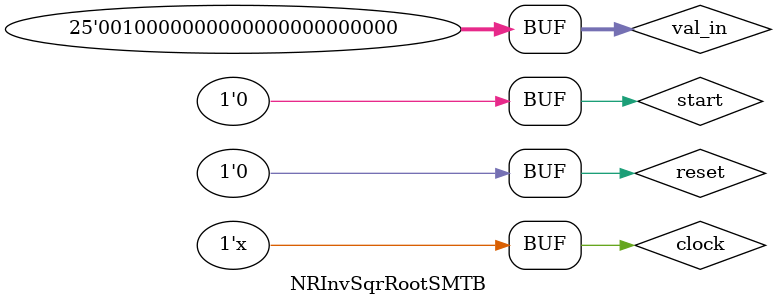
<source format=v>
`timescale 100ns / 1ps


module NRInvSqrRootSMTB();

reg clock, reset, start;
reg [24:0] val_in;
wire ready_out;
wire [24:0] val_out;

NRInvSqrRootSM inv_sqr( clock, reset, start, val_in, ready_out, val_out);

//Clock generator
initial
 clock <= 1'b1;
always
 #5 clock <= ~clock;

//Reset signal
initial
begin
 reset <= 1'b1;
 #10 reset <= 1'b0;
end
//Stimuli signals
initial
begin
 val_in <= 8*2**19; //Modify value in fixed-point [2:10]
 start <= 1'b0;
 #20 start <= 1'b1;
 #30 start <= 1'b0;
end

//Catch output
always @ (posedge ready_out)
begin
end



endmodule

</source>
